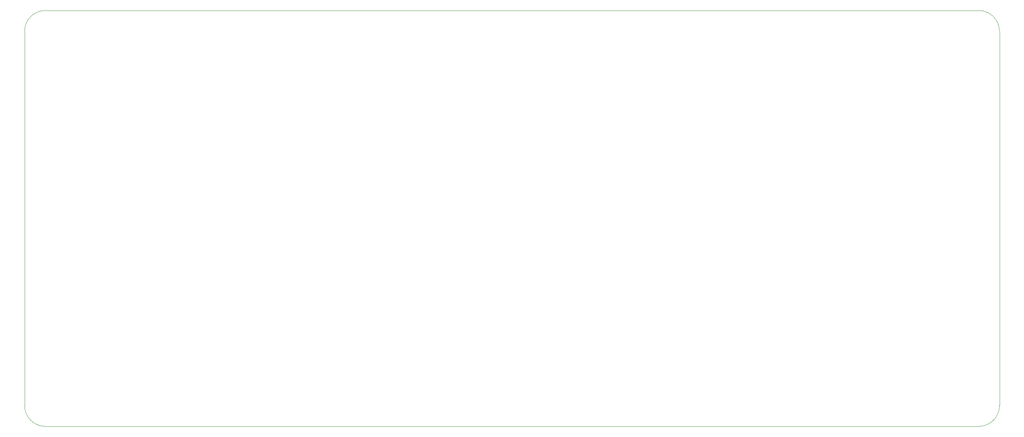
<source format=gbr>
%TF.GenerationSoftware,KiCad,Pcbnew,7.0.10*%
%TF.CreationDate,2024-04-27T18:37:45+01:00*%
%TF.ProjectId,v1b,7631622e-6b69-4636-9164-5f7063625858,rev?*%
%TF.SameCoordinates,Original*%
%TF.FileFunction,Profile,NP*%
%FSLAX46Y46*%
G04 Gerber Fmt 4.6, Leading zero omitted, Abs format (unit mm)*
G04 Created by KiCad (PCBNEW 7.0.10) date 2024-04-27 18:37:45*
%MOMM*%
%LPD*%
G01*
G04 APERTURE LIST*
%TA.AperFunction,Profile*%
%ADD10C,0.100000*%
%TD*%
G04 APERTURE END LIST*
D10*
X40000000Y-45000000D02*
X40000000Y-135000000D01*
X274000000Y-135000000D02*
X274000000Y-45000000D01*
X45000000Y-40000000D02*
G75*
G03*
X40000000Y-45000000I0J-5000000D01*
G01*
X269000000Y-140000000D02*
G75*
G03*
X274000000Y-135000000I0J5000000D01*
G01*
X269000000Y-40000000D02*
X45000000Y-40000000D01*
X274000000Y-45000000D02*
G75*
G03*
X269000000Y-40000000I-5000000J0D01*
G01*
X40000000Y-135000000D02*
G75*
G03*
X45000000Y-140000000I5000000J0D01*
G01*
X45000000Y-140000000D02*
X269000000Y-140000000D01*
M02*

</source>
